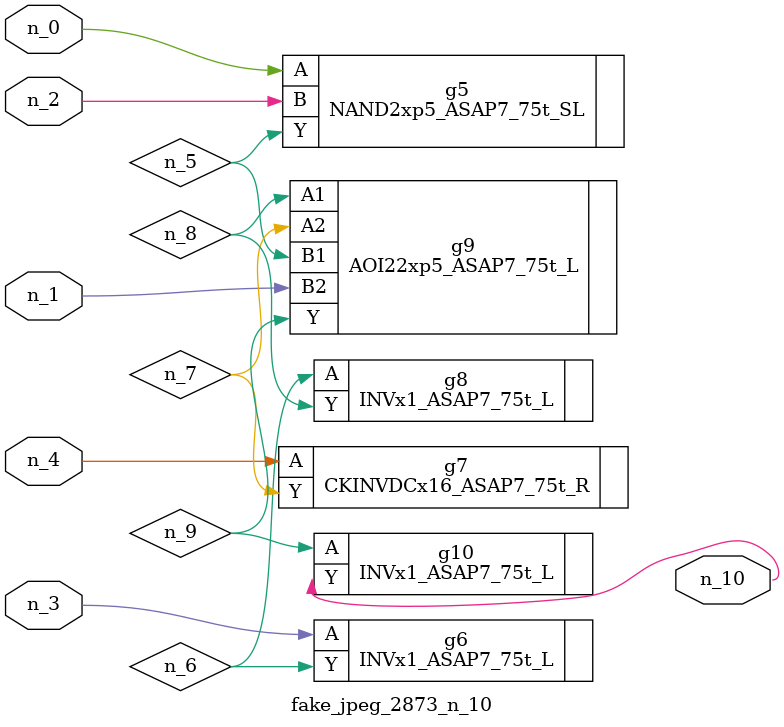
<source format=v>
module fake_jpeg_2873_n_10 (n_3, n_2, n_1, n_0, n_4, n_10);

input n_3;
input n_2;
input n_1;
input n_0;
input n_4;

output n_10;

wire n_8;
wire n_9;
wire n_6;
wire n_5;
wire n_7;

NAND2xp5_ASAP7_75t_SL g5 ( 
.A(n_0),
.B(n_2),
.Y(n_5)
);

INVx1_ASAP7_75t_L g6 ( 
.A(n_3),
.Y(n_6)
);

CKINVDCx16_ASAP7_75t_R g7 ( 
.A(n_4),
.Y(n_7)
);

INVx1_ASAP7_75t_L g8 ( 
.A(n_6),
.Y(n_8)
);

AOI22xp5_ASAP7_75t_L g9 ( 
.A1(n_8),
.A2(n_7),
.B1(n_5),
.B2(n_1),
.Y(n_9)
);

INVx1_ASAP7_75t_L g10 ( 
.A(n_9),
.Y(n_10)
);


endmodule
</source>
